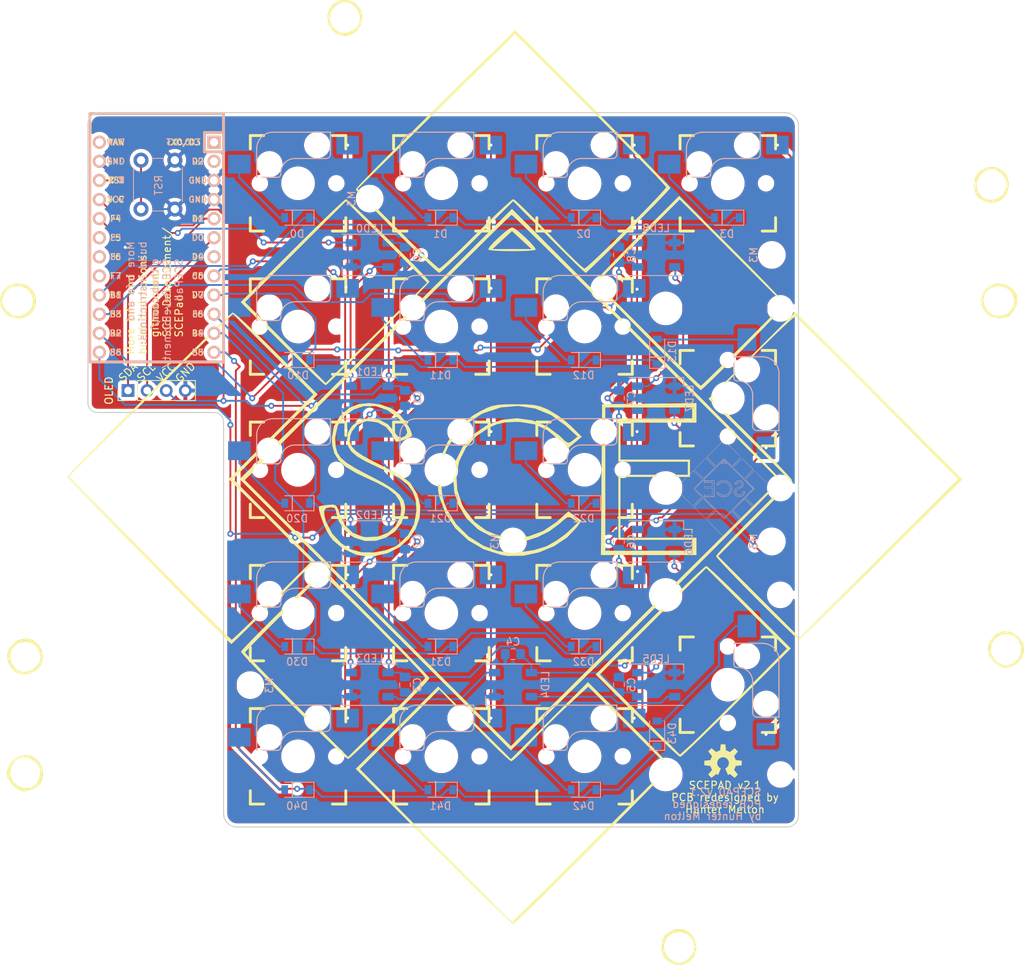
<source format=kicad_pcb>
(kicad_pcb (version 20240108) (generator "pcbnew") (generator_version "8.0")
  (title_block (title "SCEpad") (date "2024-11-05") (rev "2.1") (company "Hunter Melton"))
  (layers (0 "F.Cu" signal) (31 "B.Cu" signal) (34 "B.Paste" user) (35 "F.Paste" user) (36 "B.SilkS" user "B.Silkscreen") (37 "F.SilkS" user "F.Silkscreen") (38 "B.Mask" user) (39 "F.Mask" user) (44 "Edge.Cuts" user))
  (net 0 "")
  (net 1 "VCC")
  (net 2 "GND")
  (net 3 "ROW0")
  (net 4 "Net-(D0-Pad2)")
  (net 5 "Net-(D1-Pad2)")
  (net 6 "Net-(D2-Pad2)")
  (net 7 "Net-(D3-Pad2)")
  (net 8 "Net-(D10-Pad2)")
  (net 9 "ROW1")
  (net 10 "Net-(D11-Pad2)")
  (net 11 "Net-(D12-Pad2)")
  (net 12 "Net-(D13-Pad2)")
  (net 13 "ROW2")
  (net 14 "Net-(D20-Pad2)")
  (net 15 "Net-(D21-Pad2)")
  (net 16 "Net-(D22-Pad2)")
  (net 17 "ROW3")
  (net 18 "Net-(D30-Pad2)")
  (net 19 "Net-(D31-Pad2)")
  (net 20 "Net-(D32-Pad2)")
  (net 21 "ROW4")
  (net 22 "Net-(D40-Pad2)")
  (net 23 "Net-(D41-Pad2)")
  (net 24 "Net-(D42-Pad2)")
  (net 25 "Net-(D43-Pad2)")
  (net 26 "PF7")
  (net 27 "SDA")
  (net 28 "SCL")
  (net 29 "COL0")
  (net 30 "COL1")
  (net 31 "COL2")
  (net 32 "COL3")
  (net 33 "LEDs")
  (net 34 "Net-(LED0-Pad2)")
  (net 35 "Net-(LED1-Pad2)")
  (net 36 "Net-(LED2-Pad2)")
  (net 37 "Net-(LED3-Pad2)")
  (net 38 "Net-(LED4-Pad2)")
  (net 39 "Net-(LED5-Pad2)")
  (net 40 "Net-(LED6-Pad2)")
  (net 41 "Net-(LED7-Pad2)")
  (net 42 "Net-(LED8-Pad2)")
  (net 43 "RST")
  (net 44 "Net-(U0-Pad24)")
  (net 45 "Net-(U0-Pad1)")
  (net 46 "Net-(U0-Pad2)")
  (net 47 "Net-(U0-Pad7)")
  (net 48 "Net-(U0-Pad18)")
  (net 49 "Net-(U0-Pad19)")
  (footprint "Connector_PinHeader_2.54mm:PinHeader_1x04_P2.54mm_Vertical" (layer "F.Cu") (at 71.374 97.663 90)
    (property "Reference" "OLED")
    (property "Value" "Conn_01x04")
  )
  (footprint "kailh-pcb-sockets:Kailh-PCB-Socket-1U-Cutout" (layer "F.Cu") (at 93.98 146.304)
    (property "Reference" "K40" (hide yes))
    (property "Value" "KEYSW" (hide yes))
  )
  (footprint "kailh-pcb-sockets:Kailh-PCB-Socket-1U-Cutout" (layer "F.Cu") (at 113.03 146.304)
    (property "Reference" "K41" (hide yes))
    (property "Value" "KEYSW" (hide yes))
  )
  (footprint "kailh-pcb-sockets:Kailh-PCB-Socket-2U" (layer "F.Cu") (at 151.13 136.779 -90)
    (property "Reference" "K43" (hide yes))
    (property "Value" "KEYSW" (hide yes))
  )
  (footprint "Sparkfun-Aesthetics:OSHW-LOGO-M" (layer "F.Cu") (at 150.495 147.193)
    (property "Reference" "")
    (property "Value" "")
  )
  (footprint "kailh-pcb-sockets:Kailh-PCB-Socket-1U-Cutout" (layer "F.Cu") (at 113.03 70.104)
    (property "Reference" "K1" (hide yes))
    (property "Value" "KEYSW" (hide yes))
  )
  (footprint "kailh-pcb-sockets:Kailh-PCB-Socket-1U-Cutout" (layer "F.Cu") (at 151.13 70.104)
    (property "Reference" "K3" (hide yes))
    (property "Value" "KEYSW" (hide yes))
  )
  (footprint "kailh-pcb-sockets:Kailh-PCB-Socket-1U-Cutout" (layer "F.Cu") (at 93.98 89.154)
    (property "Reference" "K10" (hide yes))
    (property "Value" "KEYSW" (hide yes))
  )
  (footprint "kailh-pcb-sockets:Kailh-PCB-Socket-1U-Cutout" (layer "F.Cu") (at 113.03 89.154)
    (property "Reference" "K11" (hide yes))
    (property "Value" "KEYSW" (hide yes))
  )
  (footprint "kailh-pcb-sockets:Kailh-PCB-Socket-1U-Cutout" (layer "F.Cu") (at 132.08 89.154)
    (property "Reference" "K12" (hide yes))
    (property "Value" "KEYSW" (hide yes))
  )
  (footprint "kailh-pcb-sockets:Kailh-PCB-Socket-1U-Cutout" (layer "F.Cu") (at 93.98 108.204)
    (property "Reference" "K20" (hide yes))
    (property "Value" "KEYSW" (hide yes))
  )
  (footprint "kailh-pcb-sockets:Kailh-PCB-Socket-1U-Cutout" (layer "F.Cu") (at 113.03 108.204)
    (property "Reference" "K21" (hide yes))
    (property "Value" "KEYSW" (hide yes))
  )
  (footprint "kailh-pcb-sockets:Kailh-PCB-Socket-1U-Cutout" (layer "F.Cu") (at 132.08 108.204)
    (property "Reference" "K22" (hide yes))
    (property "Value" "KEYSW" (hide yes))
  )
  (footprint "kailh-pcb-sockets:Kailh-PCB-Socket-1U-Cutout" (layer "F.Cu") (at 93.98 127.254)
    (property "Reference" "K30" (hide yes))
    (property "Value" "KEYSW" (hide yes))
  )
  (footprint "kailh-pcb-sockets:Kailh-PCB-Socket-1U-Cutout" (layer "F.Cu") (at 113.03 127.254)
    (property "Reference" "K31" (hide yes))
    (property "Value" "KEYSW" (hide yes))
  )
  (footprint "kailh-pcb-sockets:Kailh-PCB-Socket-1U-Cutout" (layer "F.Cu") (at 132.08 127.254)
    (property "Reference" "K32" (hide yes))
    (property "Value" "KEYSW" (hide yes))
  )
  (footprint "kailh-pcb-sockets:Kailh-PCB-Socket-1U-Cutout" (layer "F.Cu") (at 132.08 146.304)
    (property "Reference" "K42" (hide yes))
    (property "Value" "KEYSW" (hide yes))
  )
  (footprint "kailh-pcb-sockets:Kailh-PCB-Socket-1U-Cutout" (layer "F.Cu") (at 93.98 70.104)
    (property "Reference" "K0" (hide yes))
    (property "Value" "KEYSW" (hide yes))
  )
  (footprint "kailh-pcb-sockets:Kailh-PCB-Socket-1U-Cutout" (layer "F.Cu") (at 132.08 70.104)
    (property "Reference" "K2" (hide yes))
    (property "Value" "KEYSW" (hide yes))
  )
  (footprint "kailh-pcb-sockets:Kailh-PCB-Socket-2U" (layer "F.Cu") (at 151.13 98.679 -90)
    (property "Reference" "K13" (hide yes))
    (property "Value" "KEYSW" (hide yes))
  )
  (footprint "LOGO" (layer "F.Cu") (at 122.428 109.728)
    (property "Reference" "G***" (hide yes))
    (property "Value" "LOGO" (hide yes))
  )
  (footprint "Keebio-Parts:ArduinoProMicro" (layer "B.Cu") (at 75.184 78.613 -90)
    (property "Reference" "U0" (hide yes))
    (property "Value" "ProMicro" (hide yes))
  )
  (footprint "LED_SMD:LED_WS2812B_PLCC4_5.0x5.0mm_P3.2mm" (layer "B.Cu") (at 103.505 117.729 180)
    (property "Reference" "LED2")
    (property "Value" "WS2812B")
  )
  (footprint "LED_SMD:LED_WS2812B_PLCC4_5.0x5.0mm_P3.2mm" (layer "B.Cu") (at 141.605 117.729)
    (property "Reference" "LED6")
    (property "Value" "WS2812B")
  )
  (footprint "Diode_SMD:D_SOD-123" (layer "B.Cu") (at 112.903 74.676 180)
    (property "Reference" "D1")
    (property "Value" "D")
  )
  (footprint "Button_Switch_THT:SW_PUSH_6mm" (layer "B.Cu") (at 77.597 73.533 90)
    (property "Reference" "RST")
    (property "Value" "SW_Push")
  )
  (footprint "Diode_SMD:D_SOD-123" (layer "B.Cu") (at 112.903 112.649 180)
    (property "Reference" "D21")
    (property "Value" "D")
  )
  (footprint "Diode_SMD:D_SOD-123" (layer "B.Cu") (at 93.853 112.649 180)
    (property "Reference" "D20")
    (property "Value" "D")
  )
  (footprint "Diode_SMD:D_SOD-123" (layer "B.Cu") (at 131.953 112.649 180)
    (property "Reference" "D22")
    (property "Value" "D")
  )
  (footprint "Capacitor_SMD:C_0805_2012Metric_Pad1.15x1.40mm_HandSolder" (layer "B.Cu") (at 136.652 136.779 -90)
    (property "Reference" "C5")
    (property "Value" "104")
  )
  (footprint "Diode_SMD:D_SOD-123" (layer "B.Cu") (at 112.903 131.699 180)
    (property "Reference" "D31")
    (property "Value" "D")
  )
  (footprint "Capacitor_SMD:C_0805_2012Metric_Pad1.15x1.40mm_HandSolder" (layer "B.Cu") (at 122.555 132.715)
    (property "Reference" "C4")
    (property "Value" "104")
  )
  (footprint "Diode_SMD:D_SOD-123" (layer "B.Cu") (at 93.853 131.699 180)
    (property "Reference" "D30")
    (property "Value" "D")
  )
  (footprint "Diode_SMD:D_SOD-123" (layer "B.Cu") (at 131.953 150.749 180)
    (property "Reference" "D42")
    (property "Value" "D")
  )
  (footprint "Capacitor_SMD:C_0805_2012Metric_Pad1.15x1.40mm_HandSolder" (layer "B.Cu") (at 108.204 136.779 90)
    (property "Reference" "C3")
    (property "Value" "104")
  )
  (footprint "Diode_SMD:D_SOD-123" (layer "B.Cu") (at 112.903 150.749 180)
    (property "Reference" "D41")
    (property "Value" "D")
  )
  (footprint "LED_SMD:LED_WS2812B_PLCC4_5.0x5.0mm_P3.2mm" (layer "B.Cu") (at 122.555 136.779 180)
    (property "Reference" "LED4")
    (property "Value" "WS2812B")
  )
  (footprint "Diode_SMD:D_SOD-123" (layer "B.Cu") (at 131.953 131.699 180)
    (property "Reference" "D32")
    (property "Value" "D")
  )
  (footprint "MountingHole:MountingHole_3.2mm_M3" (layer "B.Cu") (at 87.63 136.8298)
    (property "Reference" "M3")
    (property "Value" "MountingHole_3.2mm_M3")
  )
  (footprint "MountingHole:MountingHole_3.2mm_M3" (layer "B.Cu") (at 156.972 117.729)
    (property "Reference" "M3")
    (property "Value" "MountingHole_3.2mm_M3")
  )
  (footprint "MountingHole:MountingHole_3.2mm_M3" (layer "B.Cu") (at 156.972 79.629)
    (property "Reference" "M3")
    (property "Value" "MountingHole_3.2mm_M3")
  )
  (footprint "LED_SMD:LED_WS2812B_PLCC4_5.0x5.0mm_P3.2mm" (layer "B.Cu") (at 103.505 79.629 180)
    (property "Reference" "LED0")
    (property "Value" "WS2812B")
  )
  (footprint "LED_SMD:LED_WS2812B_PLCC4_5.0x5.0mm_P3.2mm" (layer "B.Cu") (at 103.505 136.779 180)
    (property "Reference" "LED3")
    (property "Value" "WS2812B")
  )
  (footprint "MountingHole:MountingHole_3.2mm_M3" (layer "B.Cu") (at 122.555 117.729)
    (property "Reference" "M3")
    (property "Value" "MountingHole_3.2mm_M3")
  )
  (footprint "MountingHole:MountingHole_3.2mm_M3" (layer "B.Cu") (at 103.505 72.136)
    (property "Reference" "M3")
    (property "Value" "MountingHole_3.2mm_M3")
  )
  (footprint "Diode_SMD:D_SOD-123" (layer "B.Cu") (at 93.853 74.676 180)
    (property "Reference" "D0")
    (property "Value" "D")
  )
  (footprint "LED_SMD:LED_WS2812B_PLCC4_5.0x5.0mm_P3.2mm" (layer "B.Cu") (at 141.605 79.629)
    (property "Reference" "LED8")
    (property "Value" "WS2812B")
  )
  (footprint "Diode_SMD:D_SOD-123" (layer "B.Cu") (at 93.853 150.749 180)
    (property "Reference" "D40")
    (property "Value" "D")
  )
  (footprint "Capacitor_SMD:C_0805_2012Metric_Pad1.15x1.40mm_HandSolder" (layer "B.Cu") (at 108.204 79.629 90)
    (property "Reference" "C0")
    (property "Value" "104")
  )
  (footprint "Capacitor_SMD:C_0805_2012Metric_Pad1.15x1.40mm_HandSolder" (layer "B.Cu") (at 108.204 98.679 90)
    (property "Reference" "C1")
    (property "Value" "104")
  )
  (footprint "Capacitor_SMD:C_0805_2012Metric_Pad1.15x1.40mm_HandSolder" (layer "B.Cu") (at 108.204 117.729 90)
    (property "Reference" "C2")
    (property "Value" "104")
  )
  (footprint "Capacitor_SMD:C_0805_2012Metric_Pad1.15x1.40mm_HandSolder" (layer "B.Cu") (at 136.652 117.729 -90)
    (property "Reference" "C6")
    (property "Value" "104")
  )
  (footprint "Capacitor_SMD:C_0805_2012Metric_Pad1.15x1.40mm_HandSolder" (layer "B.Cu") (at 136.652 98.679 -90)
    (property "Reference" "C7")
    (property "Value" "104")
  )
  (footprint "Capacitor_SMD:C_0805_2012Metric_Pad1.15x1.40mm_HandSolder" (layer "B.Cu") (at 136.652 79.629 -90)
    (property "Reference" "C8")
    (property "Value" "104")
  )
  (footprint "Diode_SMD:D_SOD-123" (layer "B.Cu") (at 131.953 74.676 180)
    (property "Reference" "D2")
    (property "Value" "D")
  )
  (footprint "Diode_SMD:D_SOD-123" (layer "B.Cu") (at 151.003 74.676 180)
    (property "Reference" "D3")
    (property "Value" "D")
  )
  (footprint "Diode_SMD:D_SOD-123" (layer "B.Cu") (at 112.903 93.599 180)
    (property "Reference" "D11")
    (property "Value" "D")
  )
  (footprint "Diode_SMD:D_SOD-123" (layer "B.Cu") (at 131.953 93.599 180)
    (property "Reference" "D12")
    (property "Value" "D")
  )
  (footprint "Diode_SMD:D_SOD-123" (layer "B.Cu") (at 141.732 92.456 90)
    (property "Reference" "D13")
    (property "Value" "D")
  )
  (footprint "Diode_SMD:D_SOD-123" (layer "B.Cu") (at 141.732 143.256 90)
    (property "Reference" "D43")
    (property "Value" "D")
  )
  (footprint "LED_SMD:LED_WS2812B_PLCC4_5.0x5.0mm_P3.2mm" (layer "B.Cu") (at 103.505 98.679 180)
    (property "Reference" "LED1")
    (property "Value" "WS2812B")
  )
  (footprint "LED_SMD:LED_WS2812B_PLCC4_5.0x5.0mm_P3.2mm" (layer "B.Cu") (at 141.605 136.779)
    (property "Reference" "LED5")
    (property "Value" "WS2812B")
  )
  (footprint "LED_SMD:LED_WS2812B_PLCC4_5.0x5.0mm_P3.2mm" (layer "B.Cu") (at 141.605 98.679)
    (property "Reference" "LED7")
    (property "Value" "WS2812B")
  )
  (footprint "Diode_SMD:D_SOD-123" (layer "B.Cu") (at 93.853 93.599 180)
    (property "Reference" "D10")
    (property "Value" "D")
  )
  (footprint "LOGO" (layer "B.Cu") (at 150.622 110.744 180)
    (property "Reference" "G***" (hide yes))
    (property "Value" "LOGO" (hide yes))
  )
  (gr_line (start 112.268 130.683) (end 112.268 132.588) (stroke (width 0.15)) (layer "B.SilkS"))
  (gr_line (start 131.318 92.583) (end 131.318 94.488) (stroke (width 0.15)) (layer "B.SilkS"))
  (gr_line (start 93.230746 130.624427) (end 93.230746 132.588) (stroke (width 0.15)) (layer "B.SilkS"))
  (gr_line (start 131.318 149.640213) (end 131.318 151.603786) (stroke (width 0.15)) (layer "B.SilkS"))
  (gr_line (start 112.268 73.787) (end 112.268 75.565) (stroke (width 0.15)) (layer "B.SilkS"))
  (gr_line (start 140.716 93.218) (end 142.748 93.218) (stroke (width 0.15)) (layer "B.SilkS"))
  (gr_line (start 93.218 92.583) (end 93.218 94.361) (stroke (width 0.15)) (layer "B.SilkS"))
  (gr_line (start 112.268 111.633) (end 112.268 113.649) (stroke (width 0.15)) (layer "B.SilkS"))
  (gr_line (start 131.318 73.787) (end 131.318 75.565) (stroke (width 0.15)) (layer "B.SilkS"))
  (gr_line (start 140.732 144.272) (end 142.732 144.272) (stroke (width 0.15)) (layer "B.SilkS"))
  (gr_line (start 112.268 92.583) (end 112.268 94.488) (stroke (width 0.15)) (layer "B.SilkS"))
  (gr_line (start 93.218 111.633) (end 93.218 113.538) (stroke (width 0.15)) (layer "B.SilkS"))
  (gr_line (start 93.218 149.640213) (end 93.218 151.603786) (stroke (width 0.15)) (layer "B.SilkS"))
  (gr_line (start 131.318 130.683) (end 131.318 132.588) (stroke (width 0.15)) (layer "B.SilkS"))
  (gr_line (start 112.268 149.640213) (end 112.268 151.603786) (stroke (width 0.15)) (layer "B.SilkS"))
  (gr_line (start 131.318 111.633) (end 131.318 113.538) (stroke (width 0.15)) (layer "B.SilkS"))
  (gr_line (start 93.218 73.787) (end 93.218 75.565) (stroke (width 0.15)) (layer "B.SilkS"))
  (gr_line (start 150.368 73.787) (end 150.368 75.565) (stroke (width 0.15)) (layer "B.SilkS"))
  (gr_arc (start 160.528 154.178) (mid 160.081631 155.255631) (end 159.004 155.702) (stroke (width 0.15)) (layer "Edge.Cuts"))
  (gr_line (start 160.528 154.178) (end 160.528 62.484) (stroke (width 0.15)) (layer "Edge.Cuts"))
  (gr_arc (start 67.31 100.584) (mid 66.411974 100.212026) (end 66.04 99.314) (stroke (width 0.15)) (layer "Edge.Cuts"))
  (gr_line (start 82.804 100.584) (end 67.31 100.584) (stroke (width 0.15)) (layer "Edge.Cuts"))
  (gr_arc (start 82.804 100.584) (mid 83.702026 100.955974) (end 84.074 101.854) (stroke (width 0.15)) (layer "Edge.Cuts"))
  (gr_arc (start 66.04 62.23) (mid 66.486369 61.152369) (end 67.564 60.706) (stroke (width 0.15)) (layer "Edge.Cuts"))
  (gr_line (start 85.852 155.702) (end 159.004 155.702) (stroke (width 0.15)) (layer "Edge.Cuts"))
  (gr_arc (start 85.852 155.702) (mid 84.594764 155.181236) (end 84.074 153.924) (stroke (width 0.15)) (layer "Edge.Cuts"))
  (gr_line (start 84.074 153.924) (end 84.074 101.854) (stroke (width 0.15)) (layer "Edge.Cuts"))
  (gr_line (start 158.75 60.706) (end 67.564 60.706) (stroke (width 0.15)) (layer "Edge.Cuts"))
  (gr_line (start 66.04 99.314) (end 66.04 62.23) (stroke (width 0.15)) (layer "Edge.Cuts"))
  (gr_arc (start 158.75 60.706) (mid 160.007236 61.226764) (end 160.528 62.484) (stroke (width 0.15)) (layer "Edge.Cuts"))
  (gr_text "More info and\nbuild instructions:\n   github.com/\n   SCE-Development/\n   SCEPad" (at 74.93 77.724 90) (layer "B.SilkS") (effects (font (size 1 1)) (justify left mirror)))
  (gr_text "SCEPAD v2.1\nPCB redesigned \nby Hunter Melton" (at 155.702 152.654 0) (layer "B.SilkS") (effects (font (size 1 1)) (justify left mirror)))
  (gr_text "SCL" (at 73.787 95.25 45) (layer "F.SilkS") (effects (font (size 1 1))))
  (gr_text "VCC" (at 76.454 95.25 45) (layer "F.SilkS") (effects (font (size 1 1))))
  (gr_text "GND" (at 78.994 95.25 45) (layer "F.SilkS") (effects (font (size 1 1))))
  (gr_text "More info and\nbuild instructions:\n   github.com/\n   SCE-Development/\n   SCEPad" (at 74.93 92.964 90) (layer "F.SilkS") (effects (font (size 1 1)) (justify left)))
  (gr_text "SCEPAD v2.1\nPCB redesigned by\nHunter Melton" (at 150.749 151.765 0) (layer "F.SilkS") (effects (font (size 1 1))))
  (gr_text "SDA" (at 71.374 95.25 45) (layer "F.SilkS") (effects (font (size 1 1))))
  (segment (start 84.074 74.295074) (end 84.074 99.027001) (width 0.25) (layer "F.Cu") (net 1))
  (segment (start 71.007657 75.706657) (end 80.024658 75.706657) (width 0.25) (layer "F.Cu") (net 1))
  (segment (start 67.564 72.263) (end 71.007657 75.706657) (width 0.25) (layer "F.Cu") (net 1))
  (segment (start 80.024658 75.706657) (end 82.129616 73.601699) (width 0.25) (layer "F.Cu") (net 1))
  (segment (start 135.128 98.679) (end 138.335901 95.471099) (width 0.25) (layer "F.Cu") (net 1))
  (segment (start 138.335901 95.471099) (end 138.335901 83.598901) (width 0.25) (layer "F.Cu") (net 1))
  (segment (start 83.380625 73.601699) (end 84.074 74.295074) (width 0.25) (layer "F.Cu") (net 1))
  (segment (start 138.335901 114.648099) (end 138.335901 102.775901) (width 0.25) (layer "F.Cu") (net 1))
  (segment (start 82.129616 73.601699) (end 83.380625 73.601699) (width 0.25) (layer "F.Cu") (net 1))
  (segment (start 90.424 99.695) (end 95.758 99.695) (width 0.25) (layer "F.Cu") (net 1))
  (segment (start 106.045 102.489) (end 106.045 114.808) (width 0.25) (layer "F.Cu") (net 1))
  (segment (start 106.045 121.539) (end 106.045 133.731) (width 0.25) (layer "F.Cu") (net 1))
  (segment (start 137.414 134.239) (end 139.319 132.334) (width 0.25) (layer "F.Cu") (net 1))
  (segment (start 135.255 117.729) (end 138.335901 114.648099) (width 0.25) (layer "F.Cu") (net 1))
  (segment (start 109.855 117.729) (end 106.045 121.539) (width 0.25) (layer "F.Cu") (net 1))
  (segment (start 138.335901 102.775901) (end 136.652 101.092) (width 0.25) (layer "F.Cu") (net 1))
  (segment (start 110.363 79.629) (end 106.045 83.947) (width 0.25) (layer "F.Cu") (net 1))
  (segment (start 139.319 122.936) (end 136.652 120.269) (width 0.25) (layer "F.Cu") (net 1))
  (segment (start 139.319 132.334) (end 139.319 122.936) (width 0.25) (layer "F.Cu") (net 1))
  (segment (start 138.335901 83.598901) (end 136.652 81.915) (width 0.25) (layer "F.Cu") (net 1))
  (segment (start 106.045 83.947) (end 106.045 95.631) (width 0.25) (layer "F.Cu") (net 1))
  (segment (start 109.855 98.679) (end 106.045 102.489) (width 0.25) (layer "F.Cu") (net 1))
  (via (at 136.652 81.915) (size 0.8) (drill 0.4) (layers "F.Cu" "B.Cu") (net 1))
  (via (at 84.074 99.027001) (size 0.8) (drill 0.4) (layers "F.Cu" "B.Cu") (net 1))
  (via (at 106.045 133.731) (size 0.8) (drill 0.4) (layers "F.Cu" "B.Cu") (net 1))
  (via (at 109.855 98.679) (size 0.8) (drill 0.4) (layers "F.Cu" "B.Cu") (net 1))
  (via (at 135.128 98.679) (size 0.8) (drill 0.4) (layers "F.Cu" "B.Cu") (net 1))
  (via (at 95.758 99.695) (size 0.8) (drill 0.4) (layers "F.Cu" "B.Cu") (net 1))
  (via (at 137.414 134.239) (size 0.8) (drill 0.4) (layers "F.Cu" "B.Cu") (net 1))
  (via (at 135.255 117.729) (size 0.8) (drill 0.4) (layers "F.Cu" "B.Cu") (net 1))
  (via (at 106.045 95.631) (size 0.8) (drill 0.4) (layers "F.Cu" "B.Cu") (net 1))
  (via (at 136.652 120.269) (size 0.8) (drill 0.4) (layers "F.Cu" "B.Cu") (net 1))
  (via (at 110.363 79.629) (size 0.8) (drill 0.4) (layers "F.Cu" "B.Cu") (net 1))
  (via (at 136.652 101.092) (size 0.8) (drill 0.4) (layers "F.Cu" "B.Cu") (net 1))
  (via (at 90.424 99.695) (size 0.8) (drill 0.4) (layers "F.Cu" "B.Cu") (net 1))
  (via (at 106.045 114.808) (size 0.8) (drill 0.4) (layers "F.Cu" "B.Cu") (net 1))
  (via (at 109.855 117.729) (size 0.8) (drill 0.4) (layers "F.Cu" "B.Cu") (net 1))
  (segment (start 122.956628 132.091628) (end 123.58 132.715) (width 0.25) (layer "B.Cu") (net 1))
  (segment (start 103.863 98.171) (end 104.955 97.079) (width 0.25) (layer "B.Cu") (net 1))
  (segment (start 136.153 99.704) (end 135.128 98.679) (width 0.25) (layer "B.Cu") (net 1))
  (segment (start 107.629 97.079) (end 108.204 97.654) (width 0.25) (layer "B.Cu") (net 1))
  (segment (start 134.027 135.179) (end 134.967 134.239) (width 0.25) (layer "B.Cu") (net 1))
  (segment (start 136.652 118.754) (end 138.58 118.754) (width 0.25) (layer "B.Cu") (net 1))
  (segment (start 87.158999 99.027001) (end 87.826998 99.695) (width 0.25) (layer "B.Cu") (net 1))
  (segment (start 107.629 116.129) (end 108.204 116.704) (width 0.25) (layer "B.Cu") (net 1))
  (segment (start 138.58 137.804) (end 139.155 138.379) (width 0.25) (layer "B.Cu") (net 1))
  (segment (start 108.204 116.704) (end 108.83 116.704) (width 0.25) (layer "B.Cu") (net 1))
  (segment (start 97.282 98.171) (end 103.863 98.171) (width 0.25) (layer "B.Cu") (net 1))
  (segment (start 134.967 134.239) (end 137.414 134.239) (width 0.25) (layer "B.Cu") (net 1))
  (segment (start 106.045 133.731) (end 106.045 135.089) (width 0.25) (layer "B.Cu") (net 1))
  (segment (start 106.045 114.808) (end 106.045 116.039) (width 0.25) (layer "B.Cu") (net 1))
  (segment (start 106.045 96.989) (end 105.955 97.079) (width 0.25) (layer "B.Cu") (net 1))
  (segment (start 105.955 135.179) (end 107.629 135.179) (width 0.25) (layer "B.Cu") (net 1))
  (segment (start 125.005 134.14) (end 125.005 135.179) (width 0.25) (layer "B.Cu") (net 1))
  (segment (start 77.818001 99.027001) (end 84.074 99.027001) (width 0.25) (layer "B.Cu") (net 1))
  (segment (start 136.652 81.915) (end 136.652 80.654) (width 0.25) (layer "B.Cu") (net 1))
  (segment (start 76.454 97.663) (end 77.818001 99.027001) (width 0.25) (layer "B.Cu") (net 1))
  (segment (start 138.58 80.654) (end 139.155 81.229) (width 0.25) (layer "B.Cu") (net 1))
  (segment (start 106.045 95.631) (end 106.045 96.989) (width 0.25) (layer "B.Cu") (net 1))
  (segment (start 138.58 99.704) (end 139.155 100.279) (width 0.25) (layer "B.Cu") (net 1))
  (segment (start 136.652 80.654) (end 138.58 80.654) (width 0.25) (layer "B.Cu") (net 1))
  (segment (start 105.955 78.029) (end 107.629 78.029) (width 0.25) (layer "B.Cu") (net 1))
  (segment (start 134.027 135.179) (end 136.652 137.804) (width 0.25) (layer "B.Cu") (net 1))
  (segment (start 109.338 78.604) (end 110.363 79.629) (width 0.25) (layer "B.Cu") (net 1))
  (segment (start 136.652 101.092) (end 136.652 99.704) (width 0.25) (layer "B.Cu") (net 1))
  (segment (start 84.074 99.027001) (end 87.158999 99.027001) (width 0.25) (layer "B.Cu") (net 1))
  (segment (start 116.849 135.754) (end 120.91301 131.68999) (width 0.25) (layer "B.Cu") (net 1))
  (segment (start 108.204 97.654) (end 108.83 97.654) (width 0.25) (layer "B.Cu") (net 1))
  (segment (start 136.28 118.754) (end 135.255 117.729) (width 0.25) (layer "B.Cu") (net 1))
  (segment (start 125.005 135.179) (end 134.027 135.179) (width 0.25) (layer "B.Cu") (net 1))
  (segment (start 106.045 116.039) (end 105.955 116.129) (width 0.25) (layer "B.Cu") (net 1))
  (segment (start 138.58 118.754) (end 139.155 119.329) (width 0.25) (layer "B.Cu") (net 1))
  (segment (start 105.955 97.079) (end 107.629 97.079) (width 0.25) (layer "B.Cu") (net 1))
  (segment (start 107.629 135.179) (end 108.204 135.754) (width 0.25) (layer "B.Cu") (net 1))
  (segment (start 108.204 135.754) (end 116.849 135.754) (width 0.25) (layer "B.Cu") (net 1))
  (segment (start 104.955 97.079) (end 105.955 97.079) (width 0.25) (layer "B.Cu") (net 1))
  (segment (start 123.58 132.715) (end 125.005 134.14) (width 0.25) (layer "B.Cu") (net 1))
  (segment (start 122.55499 131.68999) (end 122.956628 132.091628) (width 0.25) (layer "B.Cu") (net 1))
  (segment (start 87.826998 99.695) (end 90.424 99.695) (width 0.25) (layer "B.Cu") (net 1))
  (segment (start 136.652 120.269) (end 136.652 118.754) (width 0.25) (layer "B.Cu") (net 1))
  (segment (start 136.652 137.804) (end 138.58 137.804) (width 0.25) (layer "B.Cu") (net 1))
  (segment (start 108.83 97.654) (end 109.855 98.679) (width 0.25) (layer "B.Cu") (net 1))
  (segment (start 136.652 99.704) (end 136.153 99.704) (width 0.25) (layer "B.Cu") (net 1))
  (segment (start 108.204 78.604) (end 109.338 78.604) (width 0.25) (layer "B.Cu") (net 1))
  (segment (start 95.758 99.695) (end 97.282 98.171) (width 0.25) (layer "B.Cu") (net 1))
  (segment (start 108.83 116.704) (end 109.855 117.729) (width 0.25) (layer "B.Cu") (net 1))
  (segment (start 106.045 135.089) (end 105.955 135.179) (width 0.25) (layer "B.Cu") (net 1))
  (segment (start 136.652 99.704) (end 138.58 99.704) (width 0.25) (layer "B.Cu") (net 1))
  (segment (start 136.652 118.754) (end 136.28 118.754) (width 0.25) (layer "B.Cu") (net 1))
  (segment (start 105.955 116.129) (end 107.629 116.129) (width 0.25) (layer "B.Cu") (net 1))
  (segment (start 107.629 78.029) (end 108.204 78.604) (width 0.25) (layer "B.Cu") (net 1))
  (segment (start 120.91301 131.68999) (end 122.55499 131.68999) (width 0.25) (layer "B.Cu") (net 1))
  (via (at 70.993 78.613) (size 0.8) (drill 0.4) (layers "F.Cu" "B.Cu") (net 2))
  (segment (start 108.204 137.804) (end 107.580628 137.180628) (width 0.25) (layer "B.Cu") (net 2))
  (segment (start 107.580628 118.130628) (end 103.253372 118.130628) (width 0.25) (layer "B.Cu") (net 2))
  (segment (start 144.055 135.929) (end 143.606628 136.377372) (width 0.25) (layer "B.Cu") (net 2))
  (segment (start 137.275372 136.377372) (end 136.652 135.754) (width 0.25) (layer "B.Cu") (net 2))
  (segment (start 103.253372 137.180628) (end 102.055 138.379) (width 0.25) (layer "B.Cu") (net 2))
  (segment (start 102.055 138.379) (end 101.055 138.379) (width 0.25) (layer "B.Cu") (net 2))
  (segment (start 103.253372 118.130628) (end 102.055 119.329) (width 0.25) (layer "B.Cu") (net 2))
  (segment (start 143.606628 136.377372) (end 137.275372 136.377372) (width 0.25) (layer "B.Cu") (net 2))
  (segment (start 108.204 118.754) (end 107.580628 118.130628) (width 0.25) (layer "B.Cu") (net 2))
  (segment (start 144.055 135.179) (end 144.055 135.929) (width 0.25) (layer "B.Cu") (net 2))
  (segment (start 76.073 73.533) (end 70.993 78.613) (width 0.25) (layer "B.Cu") (net 2))
  (segment (start 77.597 73.533) (end 76.073 73.533) (width 0.25) (layer "B.Cu") (net 2))
  (segment (start 102.055 119.329) (end 101.055 119.329) (width 0.25) (layer "B.Cu") (net 2))
  (segment (start 107.580628 137.180628) (end 103.253372 137.180628) (width 0.25) (layer "B.Cu") (net 2))
  (segment (start 96.203 74.676) (end 97.128001 75.601001) (width 0.25) (layer "B.Cu") (net 3))
  (segment (start 133.603 74.676) (end 134.303 74.676) (width 0.25) (layer "B.Cu") (net 3))
  (segment (start 87.932299 81.546701) (end 94.803 74.676) (width 0.25) (layer "B.Cu") (net 3))
  (segment (start 116.178001 75.601001) (end 131.977999 75.601001) (width 0.25) (layer "B.Cu") (net 3))
  (segment (start 135.228001 75.601001) (end 151.027999 75.601001) (width 0.25) (layer "B.Cu") (net 3))
  (segment (start 115.253 74.676) (end 116.178001 75.601001) (width 0.25) (layer "B.Cu") (net 3))
  (segment (start 83.680299 81.546701) (end 87.932299 81.546701) (width 0.25) (layer "B.Cu") (net 3))
  (segment (start 134.303 74.676) (end 135.228001 75.601001) (width 0.25) (layer "B.Cu") (net 3))
  (segment (start 114.553 74.676) (end 115.253 74.676) (width 0.25) (layer "B.Cu") (net 3))
  (segment (start 132.903 74.676) (end 133.603 74.676) (width 0.25) (layer "B.Cu") (net 3))
  (segment (start 151.953 74.676) (end 152.653 74.676) (width 0.25) (layer "B.Cu") (net 3))
  (segment (start 95.503 74.676) (end 96.203 74.676) (width 0.25) (layer "B.Cu") (net 3))
  (segment (start 97.128001 75.601001) (end 112.927999 75.601001) (width 0.25) (layer "B.Cu") (net 3))
  (segment (start 131.977999 75.601001) (end 132.903 74.676) (width 0.25) (layer "B.Cu") (net 3))
  (segment (start 94.803 74.676) (end 95.503 74.676) (width 0.25) (layer "B.Cu") (net 3))
  (segment (start 82.804 82.423) (end 83.680299 81.546701) (width 0.25) (layer "B.Cu") (net 3))
  (segment (start 113.853 74.676) (end 114.553 74.676) (width 0.25) (layer "B.Cu") (net 3))
  (segment (start 151.027999 75.601001) (end 151.953 74.676) (width 0.25) (layer "B.Cu") (net 3))
  (segment (start 112.927999 75.601001) (end 113.853 74.676) (width 0.25) (layer "B.Cu") (net 3))
  (segment (start 91.503 74.676) (end 92.203 74.676) (width 0.25) (layer "B.Cu") (net 4))
  (segment (start 86.18 67.564) (end 86.18 69.353) (width 0.25) (layer "B.Cu") (net 4))
  (segment (start 86.18 69.353) (end 91.503 74.676) (width 0.25) (layer "B.Cu") (net 4))
  (segment (start 105.23 69.353) (end 110.553 74.676) (width 0.25) (layer "B.Cu") (net 5))
  (segment (start 105.23 67.564) (end 105.23 69.353) (width 0.25) (layer "B.Cu") (net 5))
  (segment (start 110.553 74.676) (end 111.253 74.676) (width 0.25) (layer "B.Cu") (net 5))
  (segment (start 124.28 69.353) (end 129.603 74.676) (width 0.25) (layer "B.Cu") (net 6))
  (segment (start 124.28 67.564) (end 124.28 69.353) (width 0.25) (layer "B.Cu") (net 6))
  (segment (start 129.603 74.676) (end 130.303 74.676) (width 0.25) (layer "B.Cu") (net 6))
  (segment (start 143.33 67.564) (end 143.33 69.353) (width 0.25) (layer "B.Cu") (net 7))
  (segment (start 143.33 69.353) (end 148.653 74.676) (width 0.25) (layer "B.Cu") (net 7))
  (segment (start 148.653 74.676) (end 149.353 74.676) (width 0.25) (layer "B.Cu") (net 7))
  (segment (start 86.18 86.614) (end 86.18 88.276) (width 0.25) (layer "B.Cu") (net 8))
  (segment (start 91.503 93.599) (end 92.203 93.599) (width 0.25) (layer "B.Cu") (net 8))
  (segment (start 86.18 88.276) (end 91.503 93.599) (width 0.25) (layer "B.Cu") (net 8))
  (segment (start 132.903 93.599) (end 133.603 93.599) (width 0.25) (layer "B.Cu") (net 9))
  (segment (start 96.298901 88.040927) (end 96.298901 91.953099) (width 0.25) (layer "B.Cu") (net 9))
  (segment (start 84.217276 84.788999) (end 93.046973 84.788999) (width 0.25) (layer "B.Cu") (net 9))
  (segment (start 82.804 84.963) (end 84.043275 84.963) (width 0.25) (layer "B.Cu") (net 9))
  (segment (start 115.253 93.599) (end 116.178001 94.524001) (width 0.25) (layer "B.Cu") (net 9))
  (segment (start 112.927999 94.524001) (end 113.853 93.599) (width 0.25) (layer "B.Cu") (net 9))
  (segment (start 110.326999 94.524001) (end 112.927999 94.524001) (width 0.25) (layer "B.Cu") (net 9))
  (segment (start 96.298901 91.953099) (end 95.503 92.749) (width 0.25) (layer "B.Cu") (net 9))
  (segment (start 114.553 93.599) (end 115.253 93.599) (width 0.25) (layer "B.Cu") (net 9))
  (segment (start 84.043275 84.963) (end 84.217276 84.788999) (width 0.25) (layer "B.Cu") (net 9))
  (segment (start 131.977999 94.524001) (end 132.903 93.599) (width 0.25) (layer "B.Cu") (net 9))
  (segment (start 95.503 92.749) (end 95.503 93.599) (width 0.25) (layer "B.Cu") (net 9))
  (segment (start 141.225 93.599) (end 141.732 94.106) (width 0.25) (layer "B.Cu") (net 9))
  (segment (start 93.046973 84.788999) (end 96.298901 88.040927) (width 0.25) (layer "B.Cu") (net 9))
  (segment (start 113.853 93.599) (end 114.553 93.599) (width 0.25) (layer "B.Cu") (net 9))
  (segment (start 133.603 93.599) (end 141.225 93.599) (width 0.25) (layer "B.Cu") (net 9))
  (segment (start 116.178001 94.524001) (end 131.977999 94.524001) (width 0.25) (layer "B.Cu") (net 9))
  (segment (start 95.503 93.599) (end 109.401998 93.599) (width 0.25) (layer "B.Cu") (net 9))
  (segment (start 109.401998 93.599) (end 110.326999 94.524001) (width 0.25) (layer "B.Cu") (net 9))
  (segment (start 110.553 93.599) (end 111.253 93.599) (width 0.25) (layer "B.Cu") (net 10))
  (segment (start 105.23 88.276) (end 110.553 93.599) (width 0.25) (layer "B.Cu") (net 10))
  (segment (start 105.23 86.614) (end 105.23 88.276) (width 0.25) (layer "B.Cu") (net 10))
  (segment (start 129.603 93.599) (end 130.303 93.599) (width 0.25) (layer "B.Cu") (net 11))
  (segment (start 124.28 86.614) (end 124.28 88.276) (width 0.25) (layer "B.Cu") (net 11))
  (segment (start 124.28 88.276) (end 129.603 93.599) (width 0.25) (layer "B.Cu") (net 11))
  (segment (start 141.805 90.879) (end 141.732 90.806) (width 0.25) (layer "B.Cu") (net 12))
  (segment (start 153.67 90.879) (end 141.805 90.879) (width 0.25) (layer "B.Cu") (net 12))
  (segment (start 116.178001 113.574001) (end 131.977999 113.574001) (width 0.25) (layer "B.Cu") (net 13))
  (segment (start 115.253 112.649) (end 116.178001 113.574001) (width 0.25) (layer "B.Cu") (net 13))
  (segment (start 94.694999 99.393999) (end 94.694999 105.487025) (width 0.25) (layer "B.Cu") (net 13))
  (segment (start 96.298901 107.090927) (end 96.298901 111.003099) (width 0.25) (layer "B.Cu") (net 13))
  (segment (start 113.853 112.649) (end 114.553 112.649) (width 0.25) (layer "B.Cu") (net 13))
  (segment (start 112.927999 113.574001) (end 113.853 112.649) (width 0.25) (layer "B.Cu") (net 13))
  (segment (start 94.694999 105.487025) (end 96.298901 107.090927) (width 0.25) (layer "B.Cu") (net 13))
  (segment (start 114.553 112.649) (end 115.253 112.649) (width 0.25) (layer "B.Cu") (net 13))
  (segment (start 97.128001 113.574001) (end 112.927999 113.574001) (width 0.25) (layer "B.Cu") (net 13))
  (segment (start 96.203 112.649) (end 97.128001 113.574001) (width 0.25) (layer "B.Cu") (net 13))
  (segment (start 132.903 112.649) (end 133.603 112.649) (width 0.25) (layer "B.Cu") (net 13))
  (segment (start 95.503 111.799) (end 95.503 112.649) (width 0.25) (layer "B.Cu") (net 13))
  (segment (start 95.503 112.649) (end 96.203 112.649) (width 0.25) (layer "B.Cu") (net 13))
  (segment (start 96.298901 111.003099) (end 95.503 111.799) (width 0.25) (layer "B.Cu") (net 13))
  (segment (start 131.977999 113.574001) (end 132.903 112.649) (width 0.25) (layer "B.Cu") (net 13))
  (segment (start 82.804 87.503) (end 94.694999 99.393999) (width 0.25) (layer "B.Cu") (net 13))
  (segment (start 91.503 112.649) (end 92.203 112.649) (width 0.25) (layer "B.Cu") (net 14))
  (segment (start 86.18 105.664) (end 86.18 107.326) (width 0.25) (layer "B.Cu") (net 14))
  (segment (start 86.18 107.326) (end 91.503 112.649) (width 0.25) (layer "B.Cu") (net 14))
  (segment (start 105.23 107.326) (end 110.553 112.649) (width 0.25) (layer "B.Cu") (net 15))
  (segment (start 105.23 105.664) (end 105.23 107.326) (width 0.25) (layer "B.Cu") (net 15))
  (segment (start 110.553 112.649) (end 111.253 112.649) (width 0.25) (layer "B.Cu") (net 15))
  (segment (start 124.28 105.664) (end 124.28 107.326) (width 0.25) (layer "B.Cu") (net 16))
  (segment (start 124.28 107.326) (end 129.603 112.649) (width 0.25) (layer "B.Cu") (net 16))
  (segment (start 129.603 112.649) (end 130.303 112.649) (width 0.25) (layer "B.Cu") (net 16))
  (segment (start 95.503 130.849) (end 95.503 131.699) (width 0.25) (layer "B.Cu") (net 17))
  (segment (start 96.298901 130.053099) (end 95.503 130.849) (width 0.25) (layer "B.Cu") (net 17))
  (segment (start 113.853 131.699) (end 114.553 131.699) (width 0.25) (layer "B.Cu") (net 17))
  (segment (start 112.927999 132.624001) (end 113.853 131.699) (width 0.25) (layer "B.Cu") (net 17))
  (segment (start 91.995001 106.757025) (end 90.932 107.820026) (width 0.25) (layer "B.Cu") (net 17))
  (segment (start 94.694999 124.537025) (end 96.298901 126.140927) (width 0.25) (layer "B.Cu") (net 17))
  (segment (start 96.203 131.699) (end 97.128001 132.624001) (width 0.25) (layer "B.Cu") (net 17))
  (segment (start 95.503 131.699) (end 96.203 131.699) (width 0.25) (layer "B.Cu") (net 17))
  (segment (start 117.031 129.921) (end 126.889998 129.921) (width 0.25) (layer "B.Cu") (net 17))
  (segment (start 90.932 109.742998) (end 94.694999 113.505997) (width 0.25) (layer "B.Cu") (net 17))
  (segment (start 115.253 131.699) (end 117.031 129.921) (width 0.25) (layer "B.Cu") (net 17))
  (segment (start 126.889998 129.921) (end 129.592999 132.624001) (width 0.25) (layer "B.Cu") (net 17))
  (segment (start 129.592999 132.624001) (end 131.977999 132.624001) (width 0.25) (layer "B.Cu") (net 17))
  (segment (start 114.553 131.699) (end 115.253 131.699) (width 0.25) (layer "B.Cu") (net 17))
  (segment (start 82.804 90.043) (end 84.043275 90.043) (width 0.25) (layer "B.Cu") (net 17))
  (segment (start 94.694999 113.505997) (end 94.694999 124.537025) (width 0.25) (layer "B.Cu") (net 17))
  (segment (start 90.932 107.820026) (end 90.932 109.742998) (width 0.25) (layer "B.Cu") (net 17))
  (segment (start 132.903 131.699) (end 133.603 131.699) (width 0.25) (layer "B.Cu") (net 17))
  (segment (start 84.043275 90.043) (end 91.995001 97.994726) (width 0.25) (layer "B.Cu") (net 17))
  (segment (start 91.995001 97.994726) (end 91.995001 106.757025) (width 0.25) (layer "B.Cu") (net 17))
  (segment (start 96.298901 126.140927) (end 96.298901 130.053099) (width 0.25) (layer "B.Cu") (net 17))
  (segment (start 131.977999 132.624001) (end 132.903 131.699) (width 0.25) (layer "B.Cu") (net 17))
  (segment (start 97.128001 132.624001) (end 112.927999 132.624001) (width 0.25) (layer "B.Cu") (net 17))
  (segment (start 91.503 131.699) (end 92.203 131.699) (width 0.25) (layer "B.Cu") (net 18))
  (segment (start 86.18 124.714) (end 86.18 126.376) (width 0.25) (layer "B.Cu") (net 18))
  (segment (start 86.18 126.376) (end 91.503 131.699) (width 0.25) (layer "B.Cu") (net 18))
  (segment (start 105.23 124.714) (end 105.23 126.376) (width 0.25) (layer "B.Cu") (net 19))
  (segment (start 105.23 126.376) (end 110.553 131.699) (width 0.25) (layer "B.Cu") (net 19))
  (segment (start 110.553 131.699) (end 111.253 131.699) (width 0.25) (layer "B.Cu") (net 19))
  (segment (start 129.603 131.699) (end 130.303 131.699) (width 0.25) (layer "B.Cu") (net 20))
  (segment (start 124.28 126.376) (end 129.603 131.699) (width 0.25) (layer "B.Cu") (net 20))
  (segment (start 124.28 124.714) (end 124.28 126.376) (width 0.25) (layer "B.Cu") (net 20))
  (segment (start 85.704999 95.016001) (end 85.704999 144.849333) (width 0.25) (layer "F.Cu") (net 21))
  (segment (start 85.704999 144.849333) (end 91.477666 150.622) (width 0.25) (layer "F.Cu") (net 21))
  (segment (start 86.233 94.488) (end 85.704999 95.016001) (width 0.25) (layer "F.Cu") (net 21))
  (segment (start 85.471 93.726) (end 86.233 94.488) (width 0.25) (layer "F.Cu") (net 21))
  (segment (start 91.477666 150.622) (end 93.853 150.622) (width 0.25) (layer "F.Cu") (net 21))
  (via (at 85.471 93.726) (size 0.8) (drill 0.4) (layers "F.Cu" "B.Cu") (net 21))
  (via (at 93.853 150.622) (size 0.8) (drill 0.4) (layers "F.Cu" "B.Cu") (net 21))
  (segment (start 141.732 145.606) (end 141.732 144.906) (width 0.25) (layer "B.Cu") (net 21))
  (segment (start 112.927999 151.674001) (end 113.853 150.749) (width 0.25) (layer "B.Cu") (net 21))
  (segment (start 96.203 150.749) (end 97.128001 151.674001) (width 0.25) (layer "B.Cu") (net 21))
  (segment (start 113.853 150.749) (end 114.553 150.749) (width 0.25) (layer "B.Cu") (net 21))
  (segment (start 131.977999 151.674001) (end 132.903 150.749) (width 0.25) (layer "B.Cu") (net 21))
  (segment (start 95.503 150.749) (end 96.203 150.749) (width 0.25) (layer "B.Cu") (net 21))
  (segment (start 84.328 92.583) (end 85.471 93.726) (width 0.25) (layer "B.Cu") (net 21))
  (segment (start 115.253 150.749) (end 116.178001 151.674001) (width 0.25) (layer "B.Cu") (net 21))
  (segment (start 93.853 150.622) (end 95.376 150.622) (width 0.25) (layer "B.Cu") (net 21))
  (segment (start 95.376 150.622) (end 95.503 150.749) (width 0.25) (layer "B.Cu") (net 21))
  (segment (start 114.553 150.749) (end 115.253 150.749) (width 0.25) (layer "B.Cu") (net 21))
  (segment (start 116.178001 151.674001) (end 131.977999 151.674001) (width 0.25) (layer "B.Cu") (net 21))
  (segment (start 82.804 92.583) (end 84.328 92.583) (width 0.25) (layer "B.Cu") (net 21))
  (segment (start 136.589 150.749) (end 141.732 145.606) (width 0.25) (layer "B.Cu") (net 21))
  (segment (start 132.903 150.749) (end 133.603 150.749) (width 0.25) (layer "B.Cu") (net 21))
  (segment (start 97.128001 151.674001) (end 112.927999 151.674001) (width 0.25) (layer "B.Cu") (net 21))
  (segment (start 133.603 150.749) (end 136.589 150.749) (width 0.25) (layer "B.Cu") (net 21))
  (segment (start 91.503 150.749) (end 92.203 150.749) (width 0.25) (layer "B.Cu") (net 22))
  (segment (start 86.18 145.426) (end 91.503 150.749) (width 0.25) (layer "B.Cu") (net 22))
  (segment (start 86.18 143.764) (end 86.18 145.426) (width 0.25) (layer "B.Cu") (net 22))
  (segment (start 110.553 150.749) (end 111.253 150.749) (width 0.25) (layer "B.Cu") (net 23))
  (segment (start 105.23 143.764) (end 105.23 145.426) (width 0.25) (layer "B.Cu") (net 23))
  (segment (start 105.23 145.426) (end 110.553 150.749) (width 0.25) (layer "B.Cu") (net 23))
  (segment (start 124.28 143.764) (end 124.28 145.426) (width 0.25) (layer "B.Cu") (net 24))
  (segment (start 129.603 150.749) (end 130.303 150.749) (width 0.25) (layer "B.Cu") (net 24))
  (segment (start 124.28 145.426) (end 129.603 150.749) (width 0.25) (layer "B.Cu") (net 24))
  (segment (start 141.732 141.606) (end 142.582 141.606) (width 0.25) (layer "B.Cu") (net 25))
  (segment (start 142.582 141.606) (end 149.954099 134.233901) (width 0.25) (layer "B.Cu") (net 25))
  (segment (start 149.954099 134.233901) (end 149.954099 131.194901) (width 0.25) (layer "B.Cu") (net 25))
  (segment (start 152.17 128.979) (end 153.67 128.979) (width 0.25) (layer "B.Cu") (net 25))
  (segment (start 149.954099 131.194901) (end 152.17 128.979) (width 0.25) (layer "B.Cu") (net 25))
  (segment (start 81.564725 74.803) (end 71.374 84.993725) (width 0.25) (layer "F.Cu") (net 27))
  (segment (start 82.804 74.803) (end 81.564725 74.803) (width 0.25) (layer "F.Cu") (net 27))
  (segment (start 71.374 96.563) (end 71.374 97.663) (width 0.25) (layer "F.Cu") (net 27))
  (segment (start 71.374 84.993725) (end 71.374 96.563) (width 0.25) (layer "F.Cu") (net 27))
  (segment (start 82.804 77.343) (end 73.914 86.233) (width 0.25) (layer "F.Cu") (net 28))
  (segment (start 73.914 86.233) (end 73.914 97.663) (width 0.25) (layer "F.Cu") (net 28))
  (segment (start 87.973347 80.480347) (end 96.911433 80.480347) (width 0.25) (layer "F.Cu") (net 29))
  (segment (start 100.239999 84.61427) (end 100.239999 102.858913) (width 0.25) (layer "F.Cu") (net 29))
  (segment (start 100.239999 121.833999) (end 100.58 122.174) (width 0.25) (layer "F.Cu") (net 29))
  (segment (start 96.911433 80.480347) (end 98.346086 81.915) (width 0.25) (layer "F.Cu") (net 29))
  (segment (start 100.58 83.708584) (end 100.359835 83.928749) (width 0.25) (layer "F.Cu") (net 29))
  (segment (start 100.359835 83.928749) (end 100.359835 84.494434) (width 0.25) (layer "F.Cu") (net 29))
  (segment (start 100.58 65.024) (end 100.58 83.708584) (width 0.25) (layer "F.Cu") (net 29))
  (segment (start 100.239999 102.858913) (end 100.359835 102.978749) (width 0.25) (layer "F.Cu") (net 29))
  (segment (start 98.346086 81.915) (end 98.679 81.915) (width 0.25) (layer "F.Cu") (net 29))
  (segment (start 100.359835 102.978749) (end 100.359835 103.544434) (width 0.25) (layer "F.Cu") (net 29))
  (segment (start 100.239999 103.66427) (end 100.239999 121.833999) (width 0.25) (layer "F.Cu") (net 29))
  (segment (start 100.239999 122.514001) (end 100.239999 140.883999) (width 0.25) (layer "F.Cu") (net 29))
  (segment (start 100.359835 103.544434) (end 100.239999 103.66427) (width 0.25) (layer "F.Cu") (net 29))
  (segment (start 100.239999 140.883999) (end 100.58 141.224) (width 0.25) (layer "F.Cu") (net 29))
  (segment (start 100.58 122.174) (end 100.239999 122.514001) (width 0.25) (layer "F.Cu") (net 29))
  (segment (start 100.359835 84.494434) (end 100.239999 84.61427) (width 0.25) (layer "F.Cu") (net 29))
  (via (at 87.973347 80.480347) (size 0.8) (drill 0.4) (layers "F.Cu" "B.Cu") (net 29))
  (via (at 100.58 65.024) (size 0.8) (drill 0.4) (layers "F.Cu" "B.Cu") (net 29))
  (via (at 100.58 141.224) (size 0.8) (drill 0.4) (layers "F.Cu" "B.Cu") (net 29))
  (via (at 100.359835 83.928749) (size 0.8) (drill 0.4) (layers "F.Cu" "B.Cu") (net 29))
  (via (at 100.359835 102.978749) (size 0.8) (drill 0.4) (layers "F.Cu" "B.Cu") (net 29))
  (via (at 98.679 81.915) (size 0.8) (drill 0.4) (layers "F.Cu" "B.Cu") (net 29))
  (via (at 100.58 122.174) (size 0.8) (drill 0.4) (layers "F.Cu" "B.Cu") (net 29))
  (segment (start 100.58 83.816) (end 100.58 84.074) (width 0.25) (layer "B.Cu") (net 29))
  (segment (start 71.430309 81.096691) (end 87.357003 81.096691) (width 0.25) (layer "B.Cu") (net 29))
  (segment (start 87.357003 81.096691) (end 87.973347 80.480347) (width 0.25) (layer "B.Cu") (net 29))
  (segment (start 98.679 81.915) (end 100.58 83.816) (width 0.25) (layer "B.Cu") (net 29))
  (segment (start 67.564 84.963) (end 71.430309 81.096691) (width 0.25) (layer "B.Cu") (net 29))
  (segment (start 119.63 103.124) (end 119.63 122.174) (width 0.25) (layer "F.Cu") (net 30))
  (segment (start 119.63 84.074) (end 119.63 103.124) (width 0.25) (layer "F.Cu") (net 30))
  (segment (start 119.63 65.024) (end 119.63 84.074) (width 0.25) (layer "F.Cu") (net 30))
  (segment (start 119.63 122.174) (end 119.63 141.224) (width 0.25) (layer "F.Cu") (net 30))
  (via (at 119.63 141.224) (size 0.8) (drill 0.4) (layers "F.Cu" "B.Cu") (net 30))
  (via (at 119.63 84.074) (size 0.8) (drill 0.4) (layers "F.Cu" "B.Cu") (net 30))
  (via (at 119.63 122.174) (size 0.8) (drill 0.4) (layers "F.Cu" "B.Cu") (net 30))
  (via (at 119.63 103.124) (size 0.8) (drill 0.4) (layers "F.Cu" "B.Cu") (net 30))
  (via (at 119.63 65.024) (size 0.8) (drill 0.4) (layers "F.Cu" "B.Cu") (net 30))
  (segment (start 119.38 84.074) (end 119.63 84.074) (width 0.25) (layer "B.Cu") (net 30))
  (segment (start 102.609997 85.899001) (end 103.719999 84.788999) (width 0.25) (layer "B.Cu") (net 30))
  (segment (start 67.564 87.503) (end 68.803275 87.503) (width 0.25) (layer "B.Cu") (net 30))
  (segment (start 72.681974 83.624301) (end 93.369299 83.624301) (width 0.25) (layer "B.Cu") (net 30))
  (segment (start 117.554999 85.899001) (end 119.38 84.074) (width 0.25) (layer "B.Cu") (net 30))
  (segment (start 95.643999 85.899001) (end 102.609997 85.899001) (width 0.25) (layer "B.Cu") (net 30))
  (segment (start 103.719999 84.788999) (end 113.583997 84.788999) (width 0.25) (layer "B.Cu") (net 30))
  (segment (start 93.369299 83.624301) (end 95.643999 85.899001) (width 0.25) (layer "B.Cu") (net 30))
  (segment (start 113.583997 84.788999) (end 114.693999 85.899001) (width 0.25) (layer "B.Cu") (net 30))
  (segment (start 114.693999 85.899001) (end 117.554999 85.899001) (width 0.25) (layer "B.Cu") (net 30))
  (segment (start 68.803275 87.503) (end 72.681974 83.624301) (width 0.25) (layer "B.Cu") (net 30))
  (segment (start 139.060901 84.186073) (end 139.060901 103.124) (width 0.25) (layer "F.Cu") (net 31))
  (segment (start 139.76901 140.13499) (end 138.68 141.224) (width 0.25) (layer "F.Cu") (net 31))
  (segment (start 94.361 92.202) (end 99.187 92.202) (width 0.25) (layer "F.Cu") (net 31))
  (segment (start 139.76901 122.360704) (end 139.76901 140.13499) (width 0.25) (layer "F.Cu") (net 31))
  (segment (start 87.884 98.679) (end 94.361 92.202) (width 0.25) (layer "F.Cu") (net 31))
  (segment (start 139.060901 66.904901) (end 139.060901 84.186073) (width 0.25) (layer "F.Cu") (net 31))
  (segment (start 129.761099 88.297901) (end 129.761099 88.040927) (width 0.25) (layer "F.Cu") (net 31))
  (segment (start 131.188026 86.614) (end 135.382 86.614) (width 0.25) (layer "F.Cu") (net 31))
  (segment (start 107.315 92.329) (end 117.856 92.329) (width 0.25) (layer "F.Cu") (net 31))
  (segment (start 139.131153 121.722847) (end 139.76901 122.360704) (width 0.25) (layer "F.Cu") (net 31))
  (segment (start 138.68 66.524) (end 139.060901 66.904901) (width 0.25) (layer "F.Cu") (net 31))
  (segment (start 139.060901 121.652595) (end 139.131153 121.722847) (width 0.25) (layer "F.Cu") (net 31))
  (segment (start 139.060901 103.124) (end 139.060901 121.652595) (width 0.25) (layer "F.Cu") (net 31))
  (segment (start 138.68 65.024) (end 138.68 66.524) (width 0.25) (layer "F.Cu") (net 31))
  (segment (start 125.857 92.202) (end 129.761099 88.297901) (width 0.25) (layer "F.Cu") (net 31))
  (segment (start 117.856 92.329) (end 118.237 91.948) (width 0.25) (layer "F.Cu") (net 31))
  (segment (start 129.761099 88.040927) (end 131.188026 86.614) (width 0.25) (layer "F.Cu") (net 31))
  (via (at 135.382 86.614) (size 0.8) (drill 0.4) (layers "F.Cu" "B.Cu") (net 31))
  (via (at 107.315 92.329) (size 0.8) (drill 0.4) (layers "F.Cu" "B.Cu") (net 31))
  (via (at 138.68 65.024) (size 0.8) (drill 0.4) (layers "F.Cu" "B.Cu") (net 31))
  (via (at 139.060901 103.124) (size 0.8) (drill 0.4) (layers "F.Cu" "B.Cu") (net 31))
  (via (at 139.060901 84.186073) (size 0.8) (drill 0.4) (layers "F.Cu" "B.Cu") (net 31))
  (via (at 99.187 92.202) (size 0.8) (drill 0.4) (layers "F.Cu" "B.Cu") (net 31))
  (via (at 118.237 91.948) (size 0.8) (drill 0.4) (layers "F.Cu" "B.Cu") (net 31))
  (via (at 87.884 98.679) (size 0.8) (drill 0.4) (layers "F.Cu" "B.Cu") (net 31))
  (via (at 138.68 141.224) (size 0.8) (drill 0.4) (layers "F.Cu" "B.Cu") (net 31))
  (via (at 139.131153 121.722847) (size 0.8) (drill 0.4) (layers "F.Cu" "B.Cu") (net 31))
  (via (at 125.857 92.202) (size 0.8) (drill 0.4) (layers "F.Cu" "B.Cu") (net 31))
  (segment (start 107.188 92.202) (end 107.315 92.329) (width 0.25) (layer "B.Cu") (net 31))
  (segment (start 71.305301 93.784301) (end 82.989301 93.784301) (width 0.25) (layer "B.Cu") (net 31))
  (segment (start 99.187 92.202) (end 107.188 92.202) (width 0.25) (layer "B.Cu") (net 31))
  (segment (start 67.564 90.043) (end 71.305301 93.784301) (width 0.25) (layer "B.Cu") (net 31))
  (segment (start 118.237 91.948) (end 125.603 91.948) (width 0.25) (layer "B.Cu") (net 31))
  (segment (start 137.922 84.074) (end 138.68 84.074) (width 0.25) (layer "B.Cu") (net 31))
  (segment (start 125.603 91.948) (end 125.857 92.202) (width 0.25) (layer "B.Cu") (net 31))
  (segment (start 82.989301 93.784301) (end 87.884 98.679) (width 0.25) (layer "B.Cu") (net 31))
  (segment (start 135.382 86.614) (end 137.922 84.074) (width 0.25) (layer "B.Cu") (net 31))
  (segment (start 158.035001 138.442999) (end 158.035001 141.553999) (width 0.25) (layer "F.Cu") (net 32))
  (segment (start 156.21 105.279) (end 156.21 105.529) (width 0.25) (layer "F.Cu") (net 32))
  (segment (start 159.48 66.524) (end 159.48 82.639478) (width 0.25) (layer "F.Cu") (net 32))
  (segment (start 158.035001 141.553999) (end 156.21 143.379) (width 0.25) (layer "F.Cu") (net 32))
  (segment (start 156.265999 85.853479) (end 156.265999 98.573997) (width 0.25) (layer "F.Cu") (net 32))
  (segment (start 156.21 136.617998) (end 158.035001 138.442999) (width 0.25) (layer "F.Cu") (net 32))
  (segment (start 158.035001 103.453999) (end 156.21 105.279) (width 0.25) (layer "F.Cu") (net 32))
  (segment (start 156.265999 98.573997) (end 158.035001 100.342999) (width 0.25) (layer "F.Cu") (net 32))
  (segment (start 157.73 65.024) (end 157.98 65.024) (width 0.25) (layer "F.Cu") (net 32))
  (segment (start 156.21 119.816002) (end 156.21 136.617998) (width 0.25) (layer "F.Cu") (net 32))
  (segment (start 154.71 118.316002) (end 156.21 119.816002) (width 0.25) (layer "F.Cu") (net 32))
  (segment (start 156.21 105.529) (end 154.71 107.029) (width 0.25) (layer "F.Cu") (net 32))
  (segment (start 84.979999 102.235) (end 84.979999 116.713) (width 0.25) (layer "F.Cu") (net 32))
  (segment (start 159.48 82.639478) (end 156.265999 85.853479) (width 0.25) (layer "F.Cu") (net 32))
  (segment (start 157.98 65.024) (end 159.48 66.524) (width 0.25) (layer "F.Cu") (net 32))
  (segment (start 154.71 107.029) (end 154.71 118.316002) (width 0.25) (layer "F.Cu") (net 32))
  (segment (start 93.599 117.221) (end 95.885 117.221) (width 0.25) (layer "F.Cu") (net 32))
  (segment (start 158.035001 100.342999) (end 158.035001 103.453999) (width 0.25) (layer "F.Cu") (net 32))
  (via (at 154.71 118.316002) (size 0.8) (drill 0.4) (layers "F.Cu" "B.Cu") (net 32))
  (via (at 157.73 65.024) (size 0.8) (drill 0.4) (layers "F.Cu" "B.Cu") (net 32))
  (via (at 84.979999 116.713) (size 0.8) (drill 0.4) (layers "F.Cu" "B.Cu") (net 32))
  (via (at 95.885 117.221) (size 0.8) (drill 0.4) (layers "F.Cu" "B.Cu") (net 32))
  (via (at 156.21 143.379) (size 0.8) (drill 0.4) (layers "F.Cu" "B.Cu") (net 32))
  (via (at 156.21 105.279) (size 0.8) (drill 0.4) (layers "F.Cu" "B.Cu") (net 32))
  (via (at 93.599 117.221) (size 0.8) (drill 0.4) (layers "F.Cu" "B.Cu") (net 32))
  (via (at 84.979999 102.235) (size 0.8) (drill 0.4) (layers "F.Cu" "B.Cu") (net 32))
  (segment (start 68.834 97.408002) (end 70.993998 99.568) (width 0.25) (layer "B.Cu") (net 32))
  (segment (start 84.979999 116.713) (end 93.091 116.713) (width 0.25) (layer "B.Cu") (net 32))
  (segment (start 99.023001 114.082999) (end 150.476997 114.082999) (width 0.25) (layer "B.Cu") (net 32))
  (segment (start 93.091 116.713) (end 93.599 117.221) (width 0.25) (layer "B.Cu") (net 32))
  (segment (start 70.993998 99.568) (end 82.914594 99.568) (width 0.25) (layer "B.Cu") (net 32))
  (segment (start 82.914594 99.568) (end 84.979999 101.633405) (width 0.25) (layer "B.Cu") (net 32))
  (segment (start 67.564 96.138002) (end 68.834 97.408002) (width 0.25) (layer "B.Cu") (net 32))
  (segment (start 95.885 117.221) (end 99.023001 114.082999) (width 0.25) (layer "B.Cu") (net 32))
  (segment (start 67.564 92.583) (end 67.564 96.138002) (width 0.25) (layer "B.Cu") (net 32))
  (segment (start 84.979999 101.633405) (end 84.979999 102.235) (width 0.25) (layer "B.Cu") (net 32))
  (segment (start 150.476997 114.082999) (end 154.71 118.316002) (width 0.25) (layer "B.Cu") (net 32))
  (segment (start 69.469 76.708) (end 77.978 76.708) (width 0.25) (layer "F.Cu") (net 33))
  (segment (start 89.408 77.978) (end 98.044 77.978) (width 0.25) (layer "F.Cu") (net 33))
  (segment (start 67.564 74.803) (end 69.469 76.708) (width 0.25) (layer "F.Cu") (net 33))
  (via (at 89.408 77.978) (size 0.8) (drill 0.4) (layers "F.Cu" "B.Cu") (net 33))
  (via (at 77.978 76.708) (size 0.8) (drill 0.4) (layers "F.Cu" "B.Cu") (net 33))
  (via (at 98.044 77.978) (size 0.8) (drill 0.4) (layers "F.Cu" "B.Cu") (net 33))
  (segment (start 101.004 77.978) (end 101.055 78.029) (width 0.25) (layer "B.Cu") (net 33))
  (segment (start 78.544301 76.141699) (end 87.571699 76.141699) (width 0.25) (layer "B.Cu") (net 33))
  (segment (start 87.571699 76.141699) (end 89.008001 77.578001) (width 0.25) (layer "B.Cu") (net 33))
  (segment (start 89.008001 77.578001) (end 89.408 77.978) (width 0.25) (layer "B.Cu") (net 33))
  (segment (start 98.044 77.978) (end 101.004 77.978) (width 0.25) (layer "B.Cu") (net 33))
  (segment (start 77.978 76.708) (end 78.544301 76.141699) (width 0.25) (layer "B.Cu") (net 33))
  (segment (start 103.505 81.788) (end 100.965 84.328) (width 0.25) (layer "F.Cu") (net 34))
  (segment (start 100.965 84.328) (end 100.965 95.631) (width 0.25) (layer "F.Cu") (net 34))
  (via (at 100.965 95.631) (size 0.8) (drill 0.4) (layers "F.Cu" "B.Cu") (net 34))
  (via (at 103.505 81.788) (size 0.8) (drill 0.4) (layers "F.Cu" "B.Cu") (net 34))
  (segment (start 104.064 81.229) (end 103.505 81.788) (width 0.25) (layer "B.Cu") (net 34))
  (segment (start 100.965 96.989) (end 101.055 97.079) (width 0.25) (layer "B.Cu") (net 34))
  (segment (start 105.955 81.229) (end 104.064 81.229) (width 0.25) (layer "B.Cu") (net 34))
  (segment (start 100.965 95.631) (end 100.965 96.989) (width 0.25) (layer "B.Cu") (net 34))
  (segment (start 103.505 100.838) (end 100.965 103.378) (width 0.25) (layer "F.Cu") (net 35))
  (segment (start 100.965 103.378) (end 100.965 114.808) (width 0.25) (layer "F.Cu") (net 35))
  (via (at 100.965 114.808) (size 0.8) (drill 0.4) (layers "F.Cu" "B.Cu") (net 35))
  (via (at 103.505 100.838) (size 0.8) (drill 0.4) (layers "F.Cu" "B.Cu") (net 35))
  (segment (start 104.064 100.279) (end 103.505 100.838) (width 0.25) (layer "B.Cu") (net 35))
  (segment (start 100.965 114.808) (end 100.965 116.039) (width 0.25) (layer "B.Cu") (net 35))
  (segment (start 105.955 100.279) (end 104.064 100.279) (width 0.25) (layer "B.Cu") (net 35))
  (segment (start 100.965 116.039) (end 101.055 116.129) (width 0.25) (layer "B.Cu") (net 35))
  (segment (start 103.505 120.396) (end 100.965 122.936) (width 0.25) (layer "F.Cu") (net 36))
  (segment (start 100.965 122.936) (end 100.965 133.731) (width 0.25) (layer "F.Cu") (net 36))
  (via (at 103.505 120.396) (size 0.8) (drill 0.4) (layers "F.Cu" "B.Cu") (net 36))
  (via (at 100.965 133.731) (size 0.8) (drill 0.4) (layers "F.Cu" "B.Cu") (net 36))
  (segment (start 104.572 119.329) (end 103.505 120.396) (width 0.25) (layer "B.Cu") (net 36))
  (segment (start 100.965 135.089) (end 101.055 135.179) (width 0.25) (layer "B.Cu") (net 36))
  (segment (start 105.955 119.329) (end 104.572 119.329) (width 0.25) (layer "B.Cu") (net 36))
  (segment (start 100.965 133.731) (end 100.965 135.089) (width 0.25) (layer "B.Cu") (net 36))
  (segment (start 115.57999 138.70401) (end 119.105 135.179) (width 0.25) (layer "B.Cu") (net 37))
  (segment (start 107.28001 138.70401) (end 115.57999 138.70401) (width 0.25) (layer "B.Cu") (net 37))
  (segment (start 119.105 135.179) (end 120.105 135.179) (width 0.25) (layer "B.Cu") (net 37))
  (segment (start 106.955 138.379) (end 107.28001 138.70401) (width 0.25) (layer "B.Cu") (net 37))
  (segment (start 105.955 138.379) (end 106.955 138.379) (width 0.25) (layer "B.Cu") (net 37))
  (segment (start 142.229999 139.204001) (end 143.055 138.379) (width 0.25) (layer "B.Cu") (net 38))
  (segment (start 135.63881 138.379) (end 136.463811 139.204001) (width 0.25) (layer "B.Cu") (net 38))
  (segment (start 136.463811 139.204001) (end 142.229999 139.204001) (width 0.25) (layer "B.Cu") (net 38))
  (segment (start 143.055 138.379) (end 144.055 138.379) (width 0.25) (layer "B.Cu") (net 38))
  (segment (start 125.005 138.379) (end 135.63881 138.379) (width 0.25) (layer "B.Cu") (net 38))
  (segment (start 141.605 134.366) (end 145.193901 130.777099) (width 0.25) (layer "F.Cu") (net 39))
  (segment (start 145.193901 122.206901) (end 144.018 121.031) (width 0.25) (layer "F.Cu") (net 39))
  (segment (start 145.193901 130.777099) (end 145.193901 122.206901) (width 0.25) (layer "F.Cu") (net 39))
  (via (at 144.018 121.031) (size 0.8) (drill 0.4) (layers "F.Cu" "B.Cu") (net 39))
  (via (at 141.605 134.366) (size 0.8) (drill 0.4) (layers "F.Cu" "B.Cu") (net 39))
  (segment (start 144.018 119.366) (end 144.055 119.329) (width 0.25) (layer "B.Cu") (net 39))
  (segment (start 139.155 135.179) (end 140.792 135.179) (width 0.25) (layer "B.Cu") (net 39))
  (segment (start 140.792 135.179) (end 141.605 134.366) (width 0.25) (layer "B.Cu") (net 39))
  (segment (start 144.018 121.031) (end 144.018 119.366) (width 0.25) (layer "B.Cu") (net 39))
  (segment (start 142.004999 114.535001) (end 142.388973 114.535001) (width 0.25) (layer "F.Cu") (net 40))
  (segment (start 145.193901 111.730073) (end 145.193901 103.156901) (width 0.25) (layer "F.Cu") (net 40))
  (segment (start 141.605 114.935) (end 142.004999 114.535001) (width 0.25) (layer "F.Cu") (net 40))
  (segment (start 142.388973 114.535001) (end 145.193901 111.730073) (width 0.25) (layer "F.Cu") (net 40))
  (segment (start 145.193901 103.156901) (end 144.018 101.981) (width 0.25) (layer "F.Cu") (net 40))
  (via (at 144.018 101.981) (size 0.8) (drill 0.4) (layers "F.Cu" "B.Cu") (net 40))
  (via (at 141.605 114.935) (size 0.8) (drill 0.4) (layers "F.Cu" "B.Cu") (net 40))
  (segment (start 144.018 100.316) (end 144.055 100.279) (width 0.25) (layer "B.Cu") (net 40))
  (segment (start 139.405 116.129) (end 140.599 114.935) (width 0.25) (layer "B.Cu") (net 40))
  (segment (start 144.018 101.981) (end 144.018 100.316) (width 0.25) (layer "B.Cu") (net 40))
  (segment (start 139.155 116.129) (end 139.405 116.129) (width 0.25) (layer "B.Cu") (net 40))
  (segment (start 140.599 114.935) (end 141.605 114.935) (width 0.25) (layer "B.Cu") (net 40))
  (segment (start 145.193901 83.725901) (end 144.145 82.677) (width 0.25) (layer "F.Cu") (net 41))
  (segment (start 145.193901 92.423099) (end 145.193901 83.725901) (width 0.25) (layer "F.Cu") (net 41))
  (segment (start 141.605 96.012) (end 145.193901 92.423099) (width 0.25) (layer "F.Cu") (net 41))
  (via (at 141.605 96.012) (size 0.8) (drill 0.4) (layers "F.Cu" "B.Cu") (net 41))
  (via (at 144.145 82.677) (size 0.8) (drill 0.4) (layers "F.Cu" "B.Cu") (net 41))
  (segment (start 144.145 82.677) (end 144.145 81.319) (width 0.25) (layer "B.Cu") (net 41))
  (segment (start 144.145 81.319) (end 144.055 81.229) (width 0.25) (layer "B.Cu") (net 41))
  (segment (start 140.538 97.079) (end 141.605 96.012) (width 0.25) (layer "B.Cu") (net 41))
  (segment (start 139.155 97.079) (end 140.538 97.079) (width 0.25) (layer "B.Cu") (net 41))
  (segment (start 73.097 68.447213) (end 73.097 69.723) (width 0.25) (layer "F.Cu") (net 43))
  (segment (start 67.564 69.723) (end 68.803275 69.723) (width 0.25) (layer "F.Cu") (net 43))
  (segment (start 73.097 67.033) (end 73.097 68.447213) (width 0.25) (layer "F.Cu") (net 43))
  (segment (start 73.097 69.723) (end 73.097 73.533) (width 0.25) (layer "F.Cu") (net 43))
  (segment (start 68.803275 69.723) (end 73.097 69.723) (width 0.25) (layer "F.Cu") (net 43))
  (zone (net 2) (net_name "GND") (layer "F.Cu") (connect_pads (clearance 0.508)) (min_thickness 0.254) (fill yes (thermal_gap 0.508) (thermal_bridge_width 0.508))
    (polygon (pts (xy 160.528 60.706) (xy 160.528 155.702) (xy 84.074 155.702) (xy 84.074 100.584) (xy 66.04 100.584) (xy 66.04 60.833)))
  )
  (zone (net 2) (net_name "GND") (layer "B.Cu") (connect_pads (clearance 0.508)) (min_thickness 0.254) (fill yes (thermal_gap 0.508) (thermal_bridge_width 0.508))
    (polygon (pts (xy 160.528 60.706) (xy 160.528 155.702) (xy 84.074 155.702) (xy 84.074 100.584) (xy 66.04 100.584) (xy 66.04 60.833)))
  )
)
</source>
